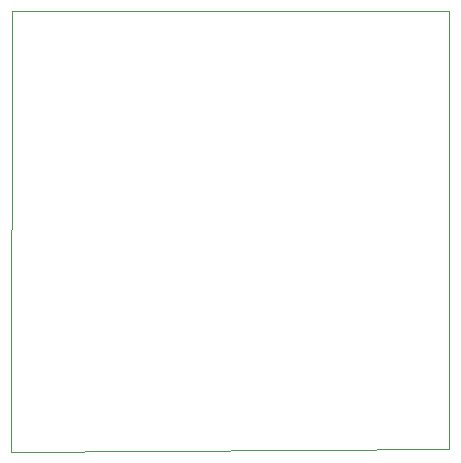
<source format=gbr>
%TF.GenerationSoftware,KiCad,Pcbnew,8.0.5*%
%TF.CreationDate,2024-10-06T10:48:52-05:00*%
%TF.ProjectId,amplificador,616d706c-6966-4696-9361-646f722e6b69,rev?*%
%TF.SameCoordinates,Original*%
%TF.FileFunction,Profile,NP*%
%FSLAX46Y46*%
G04 Gerber Fmt 4.6, Leading zero omitted, Abs format (unit mm)*
G04 Created by KiCad (PCBNEW 8.0.5) date 2024-10-06 10:48:52*
%MOMM*%
%LPD*%
G01*
G04 APERTURE LIST*
%TA.AperFunction,Profile*%
%ADD10C,0.050000*%
%TD*%
G04 APERTURE END LIST*
D10*
X179800000Y-114400000D02*
X179900000Y-77100000D01*
X216900000Y-114200000D02*
X179800000Y-114400000D01*
X216900000Y-77100000D02*
X216900000Y-114200000D01*
X179900000Y-77100000D02*
X216900000Y-77100000D01*
M02*

</source>
